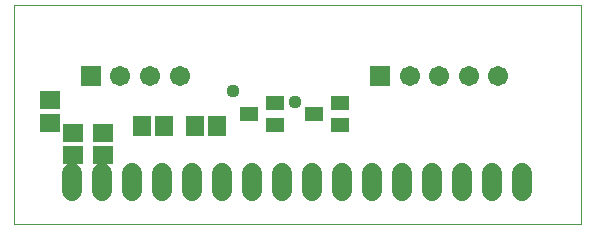
<source format=gts>
G75*
%MOIN*%
%OFA0B0*%
%FSLAX25Y25*%
%IPPOS*%
%LPD*%
%AMOC8*
5,1,8,0,0,1.08239X$1,22.5*
%
%ADD10C,0.00000*%
%ADD11C,0.06800*%
%ADD12R,0.06737X0.06737*%
%ADD13C,0.06737*%
%ADD14R,0.06706X0.05918*%
%ADD15R,0.05918X0.06706*%
%ADD16R,0.06312X0.04737*%
%ADD17C,0.04369*%
D10*
X0001610Y0001000D02*
X0190586Y0001000D01*
X0190586Y0073835D01*
X0001610Y0073835D01*
X0001610Y0001000D01*
D11*
X0020921Y0011780D02*
X0020921Y0017780D01*
X0030921Y0017780D02*
X0030921Y0011780D01*
X0040921Y0011780D02*
X0040921Y0017780D01*
X0050921Y0017780D02*
X0050921Y0011780D01*
X0060921Y0011780D02*
X0060921Y0017780D01*
X0070921Y0017780D02*
X0070921Y0011780D01*
X0080921Y0011780D02*
X0080921Y0017780D01*
X0090921Y0017780D02*
X0090921Y0011780D01*
X0100921Y0011780D02*
X0100921Y0017780D01*
X0110921Y0017780D02*
X0110921Y0011780D01*
X0120921Y0011780D02*
X0120921Y0017780D01*
X0130921Y0017780D02*
X0130921Y0011780D01*
X0140921Y0011780D02*
X0140921Y0017780D01*
X0150921Y0017780D02*
X0150921Y0011780D01*
X0160921Y0011780D02*
X0160921Y0017780D01*
X0170921Y0017780D02*
X0170921Y0011780D01*
D12*
X0123657Y0050213D03*
X0027200Y0050213D03*
D13*
X0037043Y0050213D03*
X0046885Y0050213D03*
X0056728Y0050213D03*
X0133500Y0050213D03*
X0143342Y0050213D03*
X0153185Y0050213D03*
X0163027Y0050213D03*
D14*
X0031137Y0031315D03*
X0021295Y0031315D03*
X0013421Y0034661D03*
X0013421Y0042142D03*
X0021295Y0023835D03*
X0031137Y0023835D03*
D15*
X0044130Y0033480D03*
X0051610Y0033480D03*
X0061846Y0033480D03*
X0069326Y0033480D03*
D16*
X0079956Y0037417D03*
X0088618Y0033677D03*
X0101610Y0037417D03*
X0110271Y0041157D03*
X0110271Y0033677D03*
X0088618Y0041157D03*
D17*
X0095114Y0041354D03*
X0074445Y0045291D03*
M02*

</source>
